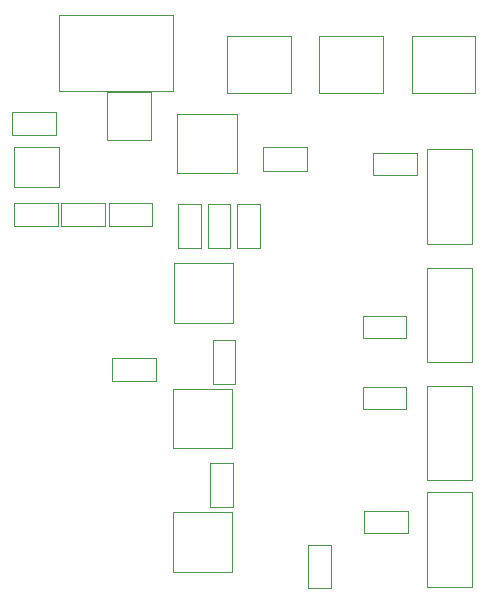
<source format=gbr>
%TF.GenerationSoftware,KiCad,Pcbnew,8.0.6*%
%TF.CreationDate,2024-11-22T22:30:10-05:00*%
%TF.ProjectId,EFUSE2024,45465553-4532-4303-9234-2e6b69636164,rev?*%
%TF.SameCoordinates,Original*%
%TF.FileFunction,Other,User*%
%FSLAX46Y46*%
G04 Gerber Fmt 4.6, Leading zero omitted, Abs format (unit mm)*
G04 Created by KiCad (PCBNEW 8.0.6) date 2024-11-22 22:30:10*
%MOMM*%
%LPD*%
G01*
G04 APERTURE LIST*
%ADD10C,0.050000*%
G04 APERTURE END LIST*
D10*
%TO.C,J1*%
X110700000Y-71350000D02*
X110700000Y-76250000D01*
X110700000Y-76250000D02*
X116100000Y-76250000D01*
X116100000Y-71350000D02*
X110700000Y-71350000D01*
X116100000Y-76250000D02*
X116100000Y-71350000D01*
X118500000Y-71350000D02*
X118500000Y-76250000D01*
X118500000Y-76250000D02*
X123900000Y-76250000D01*
X123900000Y-71350000D02*
X118500000Y-71350000D01*
X123900000Y-76250000D02*
X123900000Y-71350000D01*
X126300000Y-71350000D02*
X126300000Y-76250000D01*
X126300000Y-76250000D02*
X131700000Y-76250000D01*
X131700000Y-71350000D02*
X126300000Y-71350000D01*
X131700000Y-76250000D02*
X131700000Y-71350000D01*
%TO.C,R2*%
X96650000Y-85550000D02*
X100350000Y-85550000D01*
X96650000Y-87450000D02*
X96650000Y-85550000D01*
X100350000Y-85550000D02*
X100350000Y-87450000D01*
X100350000Y-87450000D02*
X96650000Y-87450000D01*
%TO.C,D2*%
X127580000Y-80987500D02*
X131420000Y-80987500D01*
X127580000Y-88987500D02*
X127580000Y-80987500D01*
X131420000Y-80987500D02*
X131420000Y-88987500D01*
X131420000Y-88987500D02*
X127580000Y-88987500D01*
%TO.C,D5*%
X127580000Y-110012500D02*
X131420000Y-110012500D01*
X127580000Y-118012500D02*
X127580000Y-110012500D01*
X131420000Y-110012500D02*
X131420000Y-118012500D01*
X131420000Y-118012500D02*
X127580000Y-118012500D01*
%TO.C,RILIM4*%
X109050000Y-85650000D02*
X110950000Y-85650000D01*
X109050000Y-89350000D02*
X109050000Y-85650000D01*
X110950000Y-85650000D02*
X110950000Y-89350000D01*
X110950000Y-89350000D02*
X109050000Y-89350000D01*
%TO.C,D3*%
X127580000Y-90987500D02*
X131420000Y-90987500D01*
X127580000Y-98987500D02*
X127580000Y-90987500D01*
X131420000Y-90987500D02*
X131420000Y-98987500D01*
X131420000Y-98987500D02*
X127580000Y-98987500D01*
%TO.C,Q1*%
X100475000Y-76165000D02*
X104275000Y-76165000D01*
X100475000Y-80165000D02*
X100475000Y-76165000D01*
X104275000Y-76165000D02*
X104275000Y-80165000D01*
X104275000Y-80165000D02*
X100475000Y-80165000D01*
%TO.C,RIMON1*%
X111550000Y-85650000D02*
X113450000Y-85650000D01*
X111550000Y-89350000D02*
X111550000Y-85650000D01*
X113450000Y-85650000D02*
X113450000Y-89350000D01*
X113450000Y-89350000D02*
X111550000Y-89350000D01*
%TO.C,C11*%
X106520000Y-85582500D02*
X108480000Y-85582500D01*
X106520000Y-89342500D02*
X106520000Y-85582500D01*
X108480000Y-85582500D02*
X108480000Y-89342500D01*
X108480000Y-89342500D02*
X106520000Y-89342500D01*
%TO.C,R7*%
X122270000Y-111575000D02*
X125970000Y-111575000D01*
X122270000Y-113475000D02*
X122270000Y-111575000D01*
X125970000Y-111575000D02*
X125970000Y-113475000D01*
X125970000Y-113475000D02*
X122270000Y-113475000D01*
%TO.C,C15*%
X100920000Y-98620000D02*
X104680000Y-98620000D01*
X100920000Y-100580000D02*
X100920000Y-98620000D01*
X104680000Y-98620000D02*
X104680000Y-100580000D01*
X104680000Y-100580000D02*
X100920000Y-100580000D01*
%TO.C,C1*%
X92457500Y-77820000D02*
X96217500Y-77820000D01*
X92457500Y-79780000D02*
X92457500Y-77820000D01*
X96217500Y-77820000D02*
X96217500Y-79780000D01*
X96217500Y-79780000D02*
X92457500Y-79780000D01*
%TO.C,U7*%
X106477500Y-77977500D02*
X111522500Y-77977500D01*
X106477500Y-83022500D02*
X106477500Y-77977500D01*
X106477500Y-83022500D02*
X111522500Y-83022500D01*
X111522500Y-83022500D02*
X111522500Y-77977500D01*
%TO.C,RILIM3*%
X117550000Y-114450000D02*
X119450000Y-114450000D01*
X117550000Y-118150000D02*
X117550000Y-114450000D01*
X119450000Y-114450000D02*
X119450000Y-118150000D01*
X119450000Y-118150000D02*
X117550000Y-118150000D01*
%TO.C,RILIM1*%
X109450000Y-97150000D02*
X111350000Y-97150000D01*
X109450000Y-100850000D02*
X109450000Y-97150000D01*
X111350000Y-97150000D02*
X111350000Y-100850000D01*
X111350000Y-100850000D02*
X109450000Y-100850000D01*
%TO.C,U2*%
X106065000Y-101240000D02*
X111110000Y-101240000D01*
X106065000Y-106285000D02*
X106065000Y-101240000D01*
X106065000Y-106285000D02*
X111110000Y-106285000D01*
X111110000Y-106285000D02*
X111110000Y-101240000D01*
%TO.C,U3*%
X106065000Y-111727500D02*
X111110000Y-111727500D01*
X106065000Y-116772500D02*
X106065000Y-111727500D01*
X106065000Y-116772500D02*
X111110000Y-116772500D01*
X111110000Y-116772500D02*
X111110000Y-111727500D01*
%TO.C,RILIM2*%
X109250000Y-107550000D02*
X111150000Y-107550000D01*
X109250000Y-111250000D02*
X109250000Y-107550000D01*
X111150000Y-107550000D02*
X111150000Y-111250000D01*
X111150000Y-111250000D02*
X109250000Y-111250000D01*
%TO.C,U1*%
X106165000Y-90627500D02*
X111210000Y-90627500D01*
X106165000Y-95672500D02*
X106165000Y-90627500D01*
X106165000Y-95672500D02*
X111210000Y-95672500D01*
X111210000Y-95672500D02*
X111210000Y-90627500D01*
%TO.C,D4*%
X127580000Y-101000000D02*
X131420000Y-101000000D01*
X127580000Y-109000000D02*
X127580000Y-101000000D01*
X131420000Y-101000000D02*
X131420000Y-109000000D01*
X131420000Y-109000000D02*
X127580000Y-109000000D01*
%TO.C,R1*%
X92650000Y-85550000D02*
X96350000Y-85550000D01*
X92650000Y-87450000D02*
X92650000Y-85550000D01*
X96350000Y-85550000D02*
X96350000Y-87450000D01*
X96350000Y-87450000D02*
X92650000Y-87450000D01*
%TO.C,R3*%
X100650000Y-85550000D02*
X104350000Y-85550000D01*
X100650000Y-87450000D02*
X100650000Y-85550000D01*
X104350000Y-85550000D02*
X104350000Y-87450000D01*
X104350000Y-87450000D02*
X100650000Y-87450000D01*
%TO.C,D1*%
X96405000Y-69597500D02*
X96405000Y-76002500D01*
X96405000Y-76002500D02*
X106055000Y-76002500D01*
X106055000Y-69597500D02*
X96405000Y-69597500D01*
X106055000Y-76002500D02*
X106055000Y-69597500D01*
%TO.C,R6*%
X122150000Y-101062500D02*
X125850000Y-101062500D01*
X122150000Y-102962500D02*
X122150000Y-101062500D01*
X125850000Y-101062500D02*
X125850000Y-102962500D01*
X125850000Y-102962500D02*
X122150000Y-102962500D01*
%TO.C,C10*%
X113720000Y-80820000D02*
X117480000Y-80820000D01*
X113720000Y-82780000D02*
X113720000Y-80820000D01*
X117480000Y-80820000D02*
X117480000Y-82780000D01*
X117480000Y-82780000D02*
X113720000Y-82780000D01*
%TO.C,R5*%
X122150000Y-95050000D02*
X125850000Y-95050000D01*
X122150000Y-96950000D02*
X122150000Y-95050000D01*
X125850000Y-95050000D02*
X125850000Y-96950000D01*
X125850000Y-96950000D02*
X122150000Y-96950000D01*
%TO.C,Q2*%
X92635000Y-80800000D02*
X92635000Y-84200000D01*
X92635000Y-80800000D02*
X96485000Y-80800000D01*
X96485000Y-80800000D02*
X96485000Y-84200000D01*
X96485000Y-84200000D02*
X92635000Y-84200000D01*
%TO.C,R4*%
X123050000Y-81250000D02*
X126750000Y-81250000D01*
X123050000Y-83150000D02*
X123050000Y-81250000D01*
X126750000Y-81250000D02*
X126750000Y-83150000D01*
X126750000Y-83150000D02*
X123050000Y-83150000D01*
%TD*%
M02*

</source>
